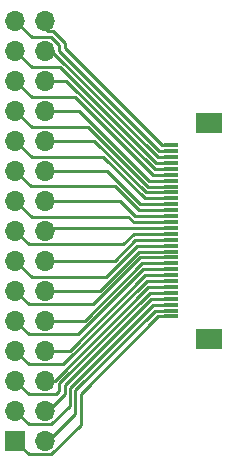
<source format=gtl>
G04 #@! TF.GenerationSoftware,KiCad,Pcbnew,(6.0.8)*
G04 #@! TF.CreationDate,2023-01-26T09:35:13-06:00*
G04 #@! TF.ProjectId,flexible_connector,666c6578-6962-46c6-955f-636f6e6e6563,rev?*
G04 #@! TF.SameCoordinates,Original*
G04 #@! TF.FileFunction,Copper,L1,Top*
G04 #@! TF.FilePolarity,Positive*
%FSLAX46Y46*%
G04 Gerber Fmt 4.6, Leading zero omitted, Abs format (unit mm)*
G04 Created by KiCad (PCBNEW (6.0.8)) date 2023-01-26 09:35:13*
%MOMM*%
%LPD*%
G01*
G04 APERTURE LIST*
G04 #@! TA.AperFunction,SMDPad,CuDef*
%ADD10R,1.300000X0.300000*%
G04 #@! TD*
G04 #@! TA.AperFunction,SMDPad,CuDef*
%ADD11R,2.200000X1.800000*%
G04 #@! TD*
G04 #@! TA.AperFunction,ComponentPad*
%ADD12R,1.700000X1.700000*%
G04 #@! TD*
G04 #@! TA.AperFunction,ComponentPad*
%ADD13O,1.700000X1.700000*%
G04 #@! TD*
G04 #@! TA.AperFunction,Conductor*
%ADD14C,0.250000*%
G04 #@! TD*
G04 APERTURE END LIST*
D10*
X173450000Y-83450000D03*
X173450000Y-82950000D03*
X173450000Y-82450000D03*
X173450000Y-81950000D03*
X173450000Y-81450000D03*
X173450000Y-80950000D03*
X173450000Y-80450000D03*
X173450000Y-79950000D03*
X173450000Y-79450000D03*
X173450000Y-78950000D03*
X173450000Y-78450000D03*
X173450000Y-77950000D03*
X173450000Y-77450000D03*
X173450000Y-76950000D03*
X173450000Y-76450000D03*
X173450000Y-75950000D03*
X173450000Y-75450000D03*
X173450000Y-74950000D03*
X173450000Y-74450000D03*
X173450000Y-73950000D03*
X173450000Y-73450000D03*
X173450000Y-72950000D03*
X173450000Y-72450000D03*
X173450000Y-71950000D03*
X173450000Y-71450000D03*
X173450000Y-70950000D03*
X173450000Y-70450000D03*
X173450000Y-69950000D03*
X173450000Y-69450000D03*
X173450000Y-68950000D03*
D11*
X176700000Y-85350000D03*
X176700000Y-67050000D03*
D12*
X160310000Y-93950000D03*
D13*
X162850000Y-93950000D03*
X160310000Y-91410000D03*
X162850000Y-91410000D03*
X160310000Y-88870000D03*
X162850000Y-88870000D03*
X160310000Y-86330000D03*
X162850000Y-86330000D03*
X160310000Y-83790000D03*
X162850000Y-83790000D03*
X160310000Y-81250000D03*
X162850000Y-81250000D03*
X160310000Y-78710000D03*
X162850000Y-78710000D03*
X160310000Y-76170000D03*
X162850000Y-76170000D03*
X160310000Y-73630000D03*
X162850000Y-73630000D03*
X160310000Y-71090000D03*
X162850000Y-71090000D03*
X160310000Y-68550000D03*
X162850000Y-68550000D03*
X160310000Y-66010000D03*
X162850000Y-66010000D03*
X160310000Y-63470000D03*
X162850000Y-63470000D03*
X160310000Y-60930000D03*
X162850000Y-60930000D03*
X160310000Y-58390000D03*
X162850000Y-58390000D03*
D14*
X165824002Y-89975998D02*
X172350000Y-83450000D01*
X160310000Y-93950000D02*
X161485000Y-95125000D01*
X165824002Y-92637699D02*
X165824002Y-89975998D01*
X163336701Y-95125000D02*
X165824002Y-92637699D01*
X172350000Y-83450000D02*
X173450000Y-83450000D01*
X161485000Y-95125000D02*
X163336701Y-95125000D01*
X162850000Y-93950000D02*
X163098000Y-93950000D01*
X172115016Y-82950000D02*
X173450000Y-82950000D01*
X165374002Y-91673998D02*
X165374002Y-89691014D01*
X165374002Y-89691014D02*
X172115016Y-82950000D01*
X163098000Y-93950000D02*
X165374002Y-91673998D01*
X161485000Y-92585000D02*
X163336701Y-92585000D01*
X171037893Y-83391433D02*
X171979326Y-82450000D01*
X160310000Y-91410000D02*
X161485000Y-92585000D01*
X164924002Y-90997699D02*
X164924002Y-89477409D01*
X164924002Y-89477409D02*
X171009979Y-83391433D01*
X163336701Y-92585000D02*
X164924002Y-90997699D01*
X171009979Y-83391433D02*
X171037893Y-83391433D01*
X171979326Y-82450000D02*
X173450000Y-82450000D01*
X171815016Y-81950000D02*
X173450000Y-81950000D01*
X164474501Y-89290515D02*
X171815016Y-81950000D01*
X164474501Y-90025499D02*
X164474501Y-89290515D01*
X163090000Y-91410000D02*
X164474501Y-90025499D01*
X162850000Y-91410000D02*
X163090000Y-91410000D01*
X164025000Y-89104326D02*
X171679326Y-81450000D01*
X171679326Y-81450000D02*
X173450000Y-81450000D01*
X161485000Y-90045000D02*
X163755000Y-90045000D01*
X160310000Y-88870000D02*
X161485000Y-90045000D01*
X164025000Y-89775000D02*
X164025000Y-89104326D01*
X163755000Y-90045000D02*
X164025000Y-89775000D01*
X162850000Y-88870000D02*
X163622930Y-88870000D01*
X171542930Y-80950000D02*
X173450000Y-80950000D01*
X163622930Y-88870000D02*
X171542930Y-80950000D01*
X171407240Y-80450000D02*
X173450000Y-80450000D01*
X161485000Y-87505000D02*
X164352240Y-87505000D01*
X164352240Y-87505000D02*
X171407240Y-80450000D01*
X160310000Y-86330000D02*
X161485000Y-87505000D01*
X162850000Y-86330000D02*
X164891550Y-86330000D01*
X171271550Y-79950000D02*
X173450000Y-79950000D01*
X164891550Y-86330000D02*
X171271550Y-79950000D01*
X160310000Y-83790000D02*
X161485000Y-84965000D01*
X161485000Y-84965000D02*
X165620860Y-84965000D01*
X171135860Y-79450000D02*
X173450000Y-79450000D01*
X165620860Y-84965000D02*
X171135860Y-79450000D01*
X162850000Y-83790000D02*
X166160170Y-83790000D01*
X171000170Y-78950000D02*
X173450000Y-78950000D01*
X166160170Y-83790000D02*
X171000170Y-78950000D01*
X161485000Y-82425000D02*
X166889480Y-82425000D01*
X170864480Y-78450000D02*
X173450000Y-78450000D01*
X166889480Y-82425000D02*
X170864480Y-78450000D01*
X160310000Y-81250000D02*
X161485000Y-82425000D01*
X162850000Y-81250000D02*
X167428790Y-81250000D01*
X167428790Y-81250000D02*
X170728790Y-77950000D01*
X170728790Y-77950000D02*
X173450000Y-77950000D01*
X161675000Y-80075000D02*
X167968100Y-80075000D01*
X170593100Y-77450000D02*
X173450000Y-77450000D01*
X167968100Y-80075000D02*
X170593100Y-77450000D01*
X160310000Y-78710000D02*
X161675000Y-80075000D01*
X170457410Y-76950000D02*
X173450000Y-76950000D01*
X162850000Y-78710000D02*
X168697410Y-78710000D01*
X168697410Y-78710000D02*
X170457410Y-76950000D01*
X160310000Y-76170000D02*
X161485000Y-77345000D01*
X169426720Y-77345000D02*
X170321720Y-76450000D01*
X170321720Y-76450000D02*
X173450000Y-76450000D01*
X161485000Y-77345000D02*
X169426720Y-77345000D01*
X163070000Y-75950000D02*
X173450000Y-75950000D01*
X162850000Y-76170000D02*
X163070000Y-75950000D01*
X160310000Y-73630000D02*
X161675000Y-74995000D01*
X170313604Y-75450000D02*
X173450000Y-75450000D01*
X169858604Y-74995000D02*
X170313604Y-75450000D01*
X161675000Y-74995000D02*
X169858604Y-74995000D01*
X169130000Y-73630000D02*
X170450000Y-74950000D01*
X170450000Y-74950000D02*
X173450000Y-74950000D01*
X162850000Y-73630000D02*
X169130000Y-73630000D01*
X170750000Y-74450000D02*
X173450000Y-74450000D01*
X168700000Y-72400000D02*
X170750000Y-74450000D01*
X160310000Y-71090000D02*
X161620000Y-72400000D01*
X161620000Y-72400000D02*
X168700000Y-72400000D01*
X170885690Y-73950000D02*
X173450000Y-73950000D01*
X168025690Y-71090000D02*
X170885690Y-73950000D01*
X162850000Y-71090000D02*
X168025690Y-71090000D01*
X160310000Y-68550000D02*
X161675000Y-69915000D01*
X161675000Y-69915000D02*
X167715000Y-69915000D01*
X171250000Y-73450000D02*
X173450000Y-73450000D01*
X167715000Y-69915000D02*
X171250000Y-73450000D01*
X171385690Y-72950000D02*
X173450000Y-72950000D01*
X166985690Y-68550000D02*
X171385690Y-72950000D01*
X162850000Y-68550000D02*
X166985690Y-68550000D01*
X171521380Y-72450000D02*
X173450000Y-72450000D01*
X166446380Y-67375000D02*
X171521380Y-72450000D01*
X161675000Y-67375000D02*
X166446380Y-67375000D01*
X160310000Y-66010000D02*
X161675000Y-67375000D01*
X162850000Y-66010000D02*
X165717070Y-66010000D01*
X165717070Y-66010000D02*
X171657070Y-71950000D01*
X171657070Y-71950000D02*
X173450000Y-71950000D01*
X165341534Y-64835000D02*
X171956534Y-71450000D01*
X171956534Y-71450000D02*
X173450000Y-71450000D01*
X161675000Y-64835000D02*
X165341534Y-64835000D01*
X160310000Y-63470000D02*
X161675000Y-64835000D01*
X164612224Y-63470000D02*
X172092224Y-70950000D01*
X172092224Y-70950000D02*
X173450000Y-70950000D01*
X162850000Y-63470000D02*
X164612224Y-63470000D01*
X164073620Y-62295000D02*
X172228620Y-70450000D01*
X161675000Y-62295000D02*
X164073620Y-62295000D01*
X160310000Y-60930000D02*
X161675000Y-62295000D01*
X172228620Y-70450000D02*
X173450000Y-70450000D01*
X172364310Y-69950000D02*
X173450000Y-69950000D01*
X162850000Y-60930000D02*
X163344310Y-60930000D01*
X163344310Y-60930000D02*
X172364310Y-69950000D01*
X160310000Y-58390000D02*
X161675000Y-59755000D01*
X164025000Y-60443299D02*
X164025000Y-60975000D01*
X172500000Y-69450000D02*
X173450000Y-69450000D01*
X163336701Y-59755000D02*
X164025000Y-60443299D01*
X161675000Y-59755000D02*
X163336701Y-59755000D01*
X164025000Y-60975000D02*
X172500000Y-69450000D01*
X172709000Y-68950000D02*
X173450000Y-68950000D01*
X162850000Y-58390000D02*
X162850000Y-59091000D01*
X164474501Y-60257110D02*
X164474501Y-60715501D01*
X163064499Y-59305499D02*
X163522890Y-59305499D01*
X163522890Y-59305499D02*
X164474501Y-60257110D01*
X164474501Y-60715501D02*
X172709000Y-68950000D01*
X162850000Y-59091000D02*
X163064499Y-59305499D01*
M02*

</source>
